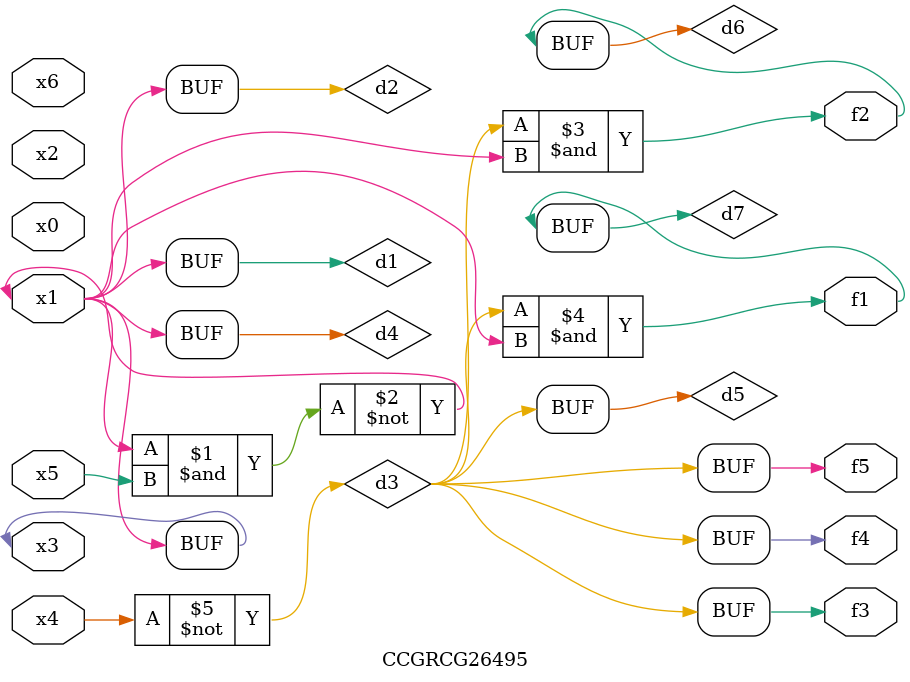
<source format=v>
module CCGRCG26495(
	input x0, x1, x2, x3, x4, x5, x6,
	output f1, f2, f3, f4, f5
);

	wire d1, d2, d3, d4, d5, d6, d7;

	buf (d1, x1, x3);
	nand (d2, x1, x5);
	not (d3, x4);
	buf (d4, d1, d2);
	buf (d5, d3);
	and (d6, d3, d4);
	and (d7, d3, d4);
	assign f1 = d7;
	assign f2 = d6;
	assign f3 = d5;
	assign f4 = d5;
	assign f5 = d5;
endmodule

</source>
